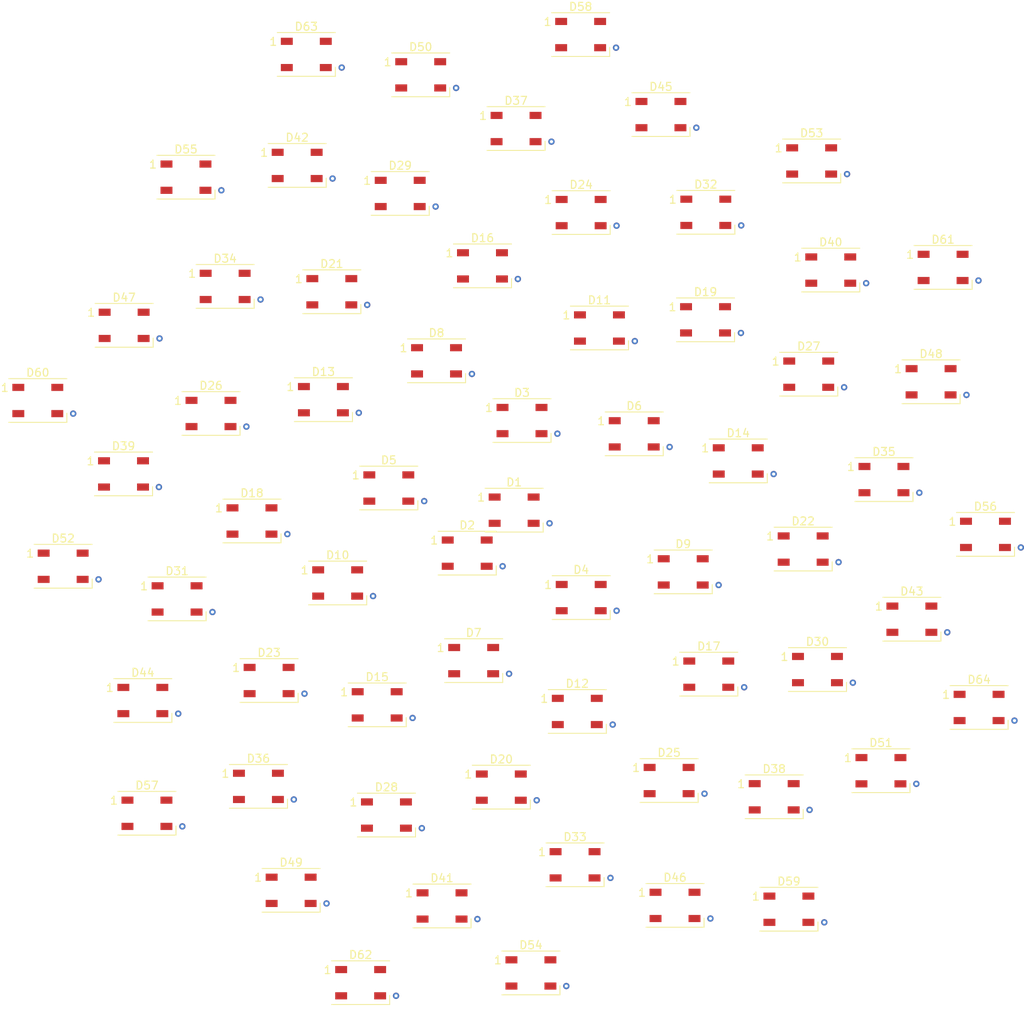
<source format=kicad_pcb>
(kicad_pcb (version 20240108) (generator "pcbnew") (generator_version "8.0")
  (layers (0 "F.Cu" signal) (31 "B.Cu" signal) (34 "B.Paste" user) (35 "F.Paste" user) (36 "B.SilkS" user "B.Silkscreen") (37 "F.SilkS" user "F.Silkscreen") (38 "B.Mask" user) (39 "F.Mask" user) (44 "Edge.Cuts" user))
  (net 0 "")
  (net 1 "VCC")
  (net 2 "GND")
  (net 5 "Net-(D2-DOUT)")
  (net 7 "Net-(D3-DOUT)")
  (net 8 "Net-(D4-DOUT)")
  (net 9 "Net-(D5-DOUT)")
  (net 10 "Net-(D6-DOUT)")
  (net 11 "Net-(D7-DOUT)")
  (net 12 "Net-(D8-DOUT)")
  (net 13 "Net-(D10-DIN)")
  (net 14 "Net-(D10-DOUT)")
  (net 15 "Net-(D11-DOUT)")
  (net 16 "Net-(D12-DOUT)")
  (net 17 "Net-(D13-DOUT)")
  (net 18 "Net-(D14-DOUT)")
  (net 19 "Net-(D15-DOUT)")
  (net 20 "Net-(D16-DOUT)")
  (net 21 "Net-(D17-DOUT)")
  (net 22 "Net-(D18-DOUT)")
  (net 23 "Net-(D19-DOUT)")
  (net 24 "Net-(D20-DOUT)")
  (net 25 "Net-(D21-DOUT)")
  (net 26 "Net-(D22-DOUT)")
  (net 27 "Net-(D23-DOUT)")
  (net 28 "Net-(D24-DOUT)")
  (net 29 "Net-(D25-DOUT)")
  (net 30 "Net-(D26-DOUT)")
  (net 31 "Net-(D27-DOUT)")
  (net 32 "Net-(D28-DOUT)")
  (net 33 "Net-(D29-DOUT)")
  (net 34 "Net-(D30-DOUT)")
  (net 35 "Net-(D31-DOUT)")
  (net 36 "Net-(D32-DOUT)")
  (net 37 "Net-(D33-DOUT)")
  (net 38 "Net-(D34-DOUT)")
  (net 39 "Net-(D35-DOUT)")
  (net 40 "Net-(D36-DOUT)")
  (net 41 "Net-(D37-DOUT)")
  (net 42 "Net-(D38-DOUT)")
  (net 43 "Net-(D39-DOUT)")
  (net 44 "Net-(D40-DOUT)")
  (net 45 "Net-(D41-DOUT)")
  (net 46 "Net-(D42-DOUT)")
  (net 47 "Net-(D43-DOUT)")
  (net 48 "Net-(D44-DOUT)")
  (net 49 "Net-(D45-DOUT)")
  (net 50 "Net-(D46-DOUT)")
  (net 51 "Net-(D47-DOUT)")
  (net 52 "Net-(D48-DOUT)")
  (net 53 "Net-(D49-DOUT)")
  (net 54 "Net-(D50-DOUT)")
  (net 55 "Net-(D51-DOUT)")
  (net 56 "Net-(D52-DOUT)")
  (net 57 "Net-(D53-DOUT)")
  (net 58 "Net-(D54-DOUT)")
  (net 59 "Net-(D55-DOUT)")
  (net 60 "Net-(D56-DOUT)")
  (net 61 "Net-(D57-DOUT)")
  (net 62 "Net-(D58-DOUT)")
  (net 63 "Net-(D59-DOUT)")
  (net 64 "Net-(D60-DOUT)")
  (net 65 "Net-(D61-DOUT)")
  (net 66 "Net-(D62-DOUT)")
  (net 67 "Net-(D63-DOUT)")
  (footprint "LED_SMD:LED_WS2812B_PLCC4_5.0x5.0mm_P3.2mm" (layer "F.Cu") (at 121.966112 147.81319)
    (property "Reference" "D49" (at 0 -3.5 0) (layer "F.SilkS"))
    (property "Value" "WS2812B")
    (fp_text user "1" (at -4.15 -1.6 0) (layer "F.SilkS"))
    (pad "1" smd rect (at -2.45 -1.65) (size 1.5 0.9) (layers "F.Cu" "F.Paste" "F.Mask") (net 1 "VCC"))
    (pad "2" smd rect (at -2.45 1.65) (size 1.5 0.9) (layers "F.Cu" "F.Paste" "F.Mask") (net 53 "Net-(D49-DOUT)"))
    (pad "3" smd rect (at 2.45 1.65) (size 1.5 0.9) (layers "F.Cu" "F.Paste" "F.Mask") (net 2 "GND"))
    (pad "4" smd rect (at 2.45 -1.65) (size 1.5 0.9) (layers "F.Cu" "F.Paste" "F.Mask") (net 52 "Net-(D48-DOUT)"))
  )
  (footprint "LED_SMD:LED_WS2812B_PLCC4_5.0x5.0mm_P3.2mm" (layer "F.Cu") (at 123.873615 42.681486)
    (property "Reference" "D63" (at 0 -3.5 0) (layer "F.SilkS"))
    (property "Value" "WS2812B")
    (fp_text user "1" (at -4.15 -1.6 0) (layer "F.SilkS"))
    (pad "1" smd rect (at -2.45 -1.65) (size 1.5 0.9) (layers "F.Cu" "F.Paste" "F.Mask") (net 1 "VCC"))
    (pad "2" smd rect (at -2.45 1.65) (size 1.5 0.9) (layers "F.Cu" "F.Paste" "F.Mask") (net 67 "Net-(D63-DOUT)"))
    (pad "3" smd rect (at 2.45 1.65) (size 1.5 0.9) (layers "F.Cu" "F.Paste" "F.Mask") (net 2 "GND"))
    (pad "4" smd rect (at 2.45 -1.65) (size 1.5 0.9) (layers "F.Cu" "F.Paste" "F.Mask") (net 66 "Net-(D62-DOUT)"))
  )
  (footprint "LED_SMD:LED_WS2812B_PLCC4_5.0x5.0mm_P3.2mm" (layer "F.Cu") (at 103.323253 123.943294)
    (property "Reference" "D44" (at 0 -3.5 0) (layer "F.SilkS"))
    (property "Value" "WS2812B")
    (fp_text user "1" (at -4.15 -1.6 0) (layer "F.SilkS"))
    (pad "1" smd rect (at -2.45 -1.65) (size 1.5 0.9) (layers "F.Cu" "F.Paste" "F.Mask") (net 1 "VCC"))
    (pad "2" smd rect (at -2.45 1.65) (size 1.5 0.9) (layers "F.Cu" "F.Paste" "F.Mask") (net 48 "Net-(D44-DOUT)"))
    (pad "3" smd rect (at 2.45 1.65) (size 1.5 0.9) (layers "F.Cu" "F.Paste" "F.Mask") (net 2 "GND"))
    (pad "4" smd rect (at 2.45 -1.65) (size 1.5 0.9) (layers "F.Cu" "F.Paste" "F.Mask") (net 47 "Net-(D43-DOUT)"))
  )
  (footprint "LED_SMD:LED_WS2812B_PLCC4_5.0x5.0mm_P3.2mm" (layer "F.Cu") (at 203.923315 69.466803)
    (property "Reference" "D61" (at 0 -3.5 0) (layer "F.SilkS"))
    (property "Value" "WS2812B")
    (fp_text user "1" (at -4.15 -1.6 0) (layer "F.SilkS"))
    (pad "1" smd rect (at -2.45 -1.65) (size 1.5 0.9) (layers "F.Cu" "F.Paste" "F.Mask") (net 1 "VCC"))
    (pad "2" smd rect (at -2.45 1.65) (size 1.5 0.9) (layers "F.Cu" "F.Paste" "F.Mask") (net 65 "Net-(D61-DOUT)"))
    (pad "3" smd rect (at 2.45 1.65) (size 1.5 0.9) (layers "F.Cu" "F.Paste" "F.Mask") (net 2 "GND"))
    (pad "4" smd rect (at 2.45 -1.65) (size 1.5 0.9) (layers "F.Cu" "F.Paste" "F.Mask") (net 64 "Net-(D60-DOUT)"))
  )
  (footprint "LED_SMD:LED_WS2812B_PLCC4_5.0x5.0mm_P3.2mm" (layer "F.Cu") (at 146.020139 69.272801)
    (property "Reference" "D16" (at 0 -3.5 0) (layer "F.SilkS"))
    (property "Value" "WS2812B")
    (fp_text user "1" (at -4.15 -1.6 0) (layer "F.SilkS"))
    (pad "1" smd rect (at -2.45 -1.65) (size 1.5 0.9) (layers "F.Cu" "F.Paste" "F.Mask") (net 1 "VCC"))
    (pad "2" smd rect (at -2.45 1.65) (size 1.5 0.9) (layers "F.Cu" "F.Paste" "F.Mask") (net 20 "Net-(D16-DOUT)"))
    (pad "3" smd rect (at 2.45 1.65) (size 1.5 0.9) (layers "F.Cu" "F.Paste" "F.Mask") (net 2 "GND"))
    (pad "4" smd rect (at 2.45 -1.65) (size 1.5 0.9) (layers "F.Cu" "F.Paste" "F.Mask") (net 19 "Net-(D15-DOUT)"))
  )
  (footprint "LED_SMD:LED_WS2812B_PLCC4_5.0x5.0mm_P3.2mm" (layer "F.Cu") (at 189.800947 69.802573)
    (property "Reference" "D40" (at 0 -3.5 0) (layer "F.SilkS"))
    (property "Value" "WS2812B")
    (fp_text user "1" (at -4.15 -1.6 0) (layer "F.SilkS"))
    (pad "1" smd rect (at -2.45 -1.65) (size 1.5 0.9) (layers "F.Cu" "F.Paste" "F.Mask") (net 1 "VCC"))
    (pad "2" smd rect (at -2.45 1.65) (size 1.5 0.9) (layers "F.Cu" "F.Paste" "F.Mask") (net 44 "Net-(D40-DOUT)"))
    (pad "3" smd rect (at 2.45 1.65) (size 1.5 0.9) (layers "F.Cu" "F.Paste" "F.Mask") (net 2 "GND"))
    (pad "4" smd rect (at 2.45 -1.65) (size 1.5 0.9) (layers "F.Cu" "F.Paste" "F.Mask") (net 43 "Net-(D39-DOUT)"))
  )
  (footprint "LED_SMD:LED_WS2812B_PLCC4_5.0x5.0mm_P3.2mm" (layer "F.Cu") (at 187.401539 56.078196)
    (property "Reference" "D53" (at 0 -3.5 0) (layer "F.SilkS"))
    (property "Value" "WS2812B")
    (fp_text user "1" (at -4.15 -1.6 0) (layer "F.SilkS"))
    (pad "1" smd rect (at -2.45 -1.65) (size 1.5 0.9) (layers "F.Cu" "F.Paste" "F.Mask") (net 1 "VCC"))
    (pad "2" smd rect (at -2.45 1.65) (size 1.5 0.9) (layers "F.Cu" "F.Paste" "F.Mask") (net 57 "Net-(D53-DOUT)"))
    (pad "3" smd rect (at 2.45 1.65) (size 1.5 0.9) (layers "F.Cu" "F.Paste" "F.Mask") (net 2 "GND"))
    (pad "4" smd rect (at 2.45 -1.65) (size 1.5 0.9) (layers "F.Cu" "F.Paste" "F.Mask") (net 56 "Net-(D52-DOUT)"))
  )
  (footprint "LED_SMD:LED_WS2812B_PLCC4_5.0x5.0mm_P3.2mm" (layer "F.Cu") (at 184.540512 150.189171)
    (property "Reference" "D59" (at 0 -3.5 0) (layer "F.SilkS"))
    (property "Value" "WS2812B")
    (fp_text user "1" (at -4.15 -1.6 0) (layer "F.SilkS"))
    (pad "1" smd rect (at -2.45 -1.65) (size 1.5 0.9) (layers "F.Cu" "F.Paste" "F.Mask") (net 1 "VCC"))
    (pad "2" smd rect (at -2.45 1.65) (size 1.5 0.9) (layers "F.Cu" "F.Paste" "F.Mask") (net 63 "Net-(D59-DOUT)"))
    (pad "3" smd rect (at 2.45 1.65) (size 1.5 0.9) (layers "F.Cu" "F.Paste" "F.Mask") (net 2 "GND"))
    (pad "4" smd rect (at 2.45 -1.65) (size 1.5 0.9) (layers "F.Cu" "F.Paste" "F.Mask") (net 62 "Net-(D58-DOUT)"))
  )
  (footprint "LED_SMD:LED_WS2812B_PLCC4_5.0x5.0mm_P3.2mm" (layer "F.Cu") (at 127.815367 109.156531)
    (property "Reference" "D10" (at 0 -3.5 0) (layer "F.SilkS"))
    (property "Value" "WS2812B")
    (fp_text user "1" (at -4.15 -1.6 0) (layer "F.SilkS"))
    (pad "1" smd rect (at -2.45 -1.65) (size 1.5 0.9) (layers "F.Cu" "F.Paste" "F.Mask") (net 1 "VCC"))
    (pad "2" smd rect (at -2.45 1.65) (size 1.5 0.9) (layers "F.Cu" "F.Paste" "F.Mask") (net 14 "Net-(D10-DOUT)"))
    (pad "3" smd rect (at 2.45 1.65) (size 1.5 0.9) (layers "F.Cu" "F.Paste" "F.Mask") (net 2 "GND"))
    (pad "4" smd rect (at 2.45 -1.65) (size 1.5 0.9) (layers "F.Cu" "F.Paste" "F.Mask") (net 13 "Net-(D10-DIN)"))
  )
  (footprint "LED_SMD:LED_WS2812B_PLCC4_5.0x5.0mm_P3.2mm" (layer "F.Cu") (at 133.947478 138.344707)
    (property "Reference" "D28" (at 0 -3.5 0) (layer "F.SilkS"))
    (property "Value" "WS2812B")
    (fp_text user "1" (at -4.15 -1.6 0) (layer "F.SilkS"))
    (pad "1" smd rect (at -2.45 -1.65) (size 1.5 0.9) (layers "F.Cu" "F.Paste" "F.Mask") (net 1 "VCC"))
    (pad "2" smd rect (at -2.45 1.65) (size 1.5 0.9) (layers "F.Cu" "F.Paste" "F.Mask") (net 32 "Net-(D28-DOUT)"))
    (pad "3" smd rect (at 2.45 1.65) (size 1.5 0.9) (layers "F.Cu" "F.Paste" "F.Mask") (net 2 "GND"))
    (pad "4" smd rect (at 2.45 -1.65) (size 1.5 0.9) (layers "F.Cu" "F.Paste" "F.Mask") (net 31 "Net-(D27-DOUT)"))
  )
  (footprint "LED_SMD:LED_WS2812B_PLCC4_5.0x5.0mm_P3.2mm" (layer "F.Cu") (at 132.78309 124.486282)
    (property "Reference" "D15" (at 0 -3.5 0) (layer "F.SilkS"))
    (property "Value" "WS2812B")
    (fp_text user "1" (at -4.15 -1.6 0) (layer "F.SilkS"))
    (pad "1" smd rect (at -2.45 -1.65) (size 1.5 0.9) (layers "F.Cu" "F.Paste" "F.Mask") (net 1 "VCC"))
    (pad "2" smd rect (at -2.45 1.65) (size 1.5 0.9) (layers "F.Cu" "F.Paste" "F.Mask") (net 19 "Net-(D15-DOUT)"))
    (pad "3" smd rect (at 2.45 1.65) (size 1.5 0.9) (layers "F.Cu" "F.Paste" "F.Mask") (net 2 "GND"))
    (pad "4" smd rect (at 2.45 -1.65) (size 1.5 0.9) (layers "F.Cu" "F.Paste" "F.Mask") (net 18 "Net-(D14-DOUT)"))
  )
  (footprint "LED_SMD:LED_WS2812B_PLCC4_5.0x5.0mm_P3.2mm" (layer "F.Cu") (at 100.895843 95.441287)
    (property "Reference" "D39" (at 0 -3.5 0) (layer "F.SilkS"))
    (property "Value" "WS2812B")
    (fp_text user "1" (at -4.15 -1.6 0) (layer "F.SilkS"))
    (pad "1" smd rect (at -2.45 -1.65) (size 1.5 0.9) (layers "F.Cu" "F.Paste" "F.Mask") (net 1 "VCC"))
    (pad "2" smd rect (at -2.45 1.65) (size 1.5 0.9) (layers "F.Cu" "F.Paste" "F.Mask") (net 43 "Net-(D39-DOUT)"))
    (pad "3" smd rect (at 2.45 1.65) (size 1.5 0.9) (layers "F.Cu" "F.Paste" "F.Mask") (net 2 "GND"))
    (pad "4" smd rect (at 2.45 -1.65) (size 1.5 0.9) (layers "F.Cu" "F.Paste" "F.Mask") (net 42 "Net-(D38-DOUT)"))
  )
  (footprint "LED_SMD:LED_WS2812B_PLCC4_5.0x5.0mm_P3.2mm" (layer "F.Cu") (at 122.724602 56.640425)
    (property "Reference" "D42" (at 0 -3.5 0) (layer "F.SilkS"))
    (property "Value" "WS2812B")
    (fp_text user "1" (at -4.15 -1.6 0) (layer "F.SilkS"))
    (pad "1" smd rect (at -2.45 -1.65) (size 1.5 0.9) (layers "F.Cu" "F.Paste" "F.Mask") (net 1 "VCC"))
    (pad "2" smd rect (at -2.45 1.65) (size 1.5 0.9) (layers "F.Cu" "F.Paste" "F.Mask") (net 46 "Net-(D42-DOUT)"))
    (pad "3" smd rect (at 2.45 1.65) (size 1.5 0.9) (layers "F.Cu" "F.Paste" "F.Mask") (net 2 "GND"))
    (pad "4" smd rect (at 2.45 -1.65) (size 1.5 0.9) (layers "F.Cu" "F.Paste" "F.Mask") (net 45 "Net-(D41-DOUT)"))
  )
  (footprint "LED_SMD:LED_WS2812B_PLCC4_5.0x5.0mm_P3.2mm" (layer "F.Cu") (at 144.101026 105.403898)
    (property "Reference" "D2" (at 0 -3.5 0) (layer "F.SilkS"))
    (property "Value" "WS2812B")
    (fp_text user "1" (at -4.15 -1.6 0) (layer "F.SilkS"))
    (pad "1" smd rect (at -2.45 -1.65) (size 1.5 0.9) (layers "F.Cu" "F.Paste" "F.Mask") (net 1 "VCC"))
    (pad "2" smd rect (at -2.45 1.65) (size 1.5 0.9) (layers "F.Cu" "F.Paste" "F.Mask") (net 5 "Net-(D2-DOUT)"))
    (pad "3" smd rect (at 2.45 1.65) (size 1.5 0.9) (layers "F.Cu" "F.Paste" "F.Mask") (net 2 "GND"))
    (pad "4" smd rect (at 2.45 -1.65) (size 1.5 0.9) (layers "F.Cu" "F.Paste" "F.Mask"))
  )
  (footprint "LED_SMD:LED_WS2812B_PLCC4_5.0x5.0mm_P3.2mm" (layer "F.Cu") (at 117.855092 134.737658)
    (property "Reference" "D36" (at 0 -3.5 0) (layer "F.SilkS"))
    (property "Value" "WS2812B")
    (fp_text user "1" (at -4.15 -1.6 0) (layer "F.SilkS"))
    (pad "1" smd rect (at -2.45 -1.65) (size 1.5 0.9) (layers "F.Cu" "F.Paste" "F.Mask") (net 1 "VCC"))
    (pad "2" smd rect (at -2.45 1.65) (size 1.5 0.9) (layers "F.Cu" "F.Paste" "F.Mask") (net 40 "Net-(D36-DOUT)"))
    (pad "3" smd rect (at 2.45 1.65) (size 1.5 0.9) (layers "F.Cu" "F.Paste" "F.Mask") (net 2 "GND"))
    (pad "4" smd rect (at 2.45 -1.65) (size 1.5 0.9) (layers "F.Cu" "F.Paste" "F.Mask") (net 39 "Net-(D35-DOUT)"))
  )
  (footprint "LED_SMD:LED_WS2812B_PLCC4_5.0x5.0mm_P3.2mm" (layer "F.Cu") (at 157.659213 144.601978)
    (property "Reference" "D33" (at 0 -3.5 0) (layer "F.SilkS"))
    (property "Value" "WS2812B")
    (fp_text user "1" (at -4.15 -1.6 0) (layer "F.SilkS"))
    (pad "1" smd rect (at -2.45 -1.65) (size 1.5 0.9) (layers "F.Cu" "F.Paste" "F.Mask") (net 1 "VCC"))
    (pad "2" smd rect (at -2.45 1.65) (size 1.5 0.9) (layers "F.Cu" "F.Paste" "F.Mask") (net 37 "Net-(D33-DOUT)"))
    (pad "3" smd rect (at 2.45 1.65) (size 1.5 0.9) (layers "F.Cu" "F.Paste" "F.Mask") (net 2 "GND"))
    (pad "4" smd rect (at 2.45 -1.65) (size 1.5 0.9) (layers "F.Cu" "F.Paste" "F.Mask") (net 36 "Net-(D32-DOUT)"))
  )
  (footprint "LED_SMD:LED_WS2812B_PLCC4_5.0x5.0mm_P3.2mm" (layer "F.Cu") (at 119.196723 121.427976)
    (property "Reference" "D23" (at 0 -3.5 0) (layer "F.SilkS"))
    (property "Value" "WS2812B")
    (fp_text user "1" (at -4.15 -1.6 0) (layer "F.SilkS"))
    (pad "1" smd rect (at -2.45 -1.65) (size 1.5 0.9) (layers "F.Cu" "F.Paste" "F.Mask") (net 1 "VCC"))
    (pad "2" smd rect (at -2.45 1.65) (size 1.5 0.9) (layers "F.Cu" "F.Paste" "F.Mask") (net 27 "Net-(D23-DOUT)"))
    (pad "3" smd rect (at 2.45 1.65) (size 1.5 0.9) (layers "F.Cu" "F.Paste" "F.Mask") (net 2 "GND"))
    (pad "4" smd rect (at 2.45 -1.65) (size 1.5 0.9) (layers "F.Cu" "F.Paste" "F.Mask") (net 26 "Net-(D22-DOUT)"))
  )
  (footprint "LED_SMD:LED_WS2812B_PLCC4_5.0x5.0mm_P3.2mm" (layer "F.Cu") (at 199.999766 113.71216)
    (property "Reference" "D43" (at 0 -3.5 0) (layer "F.SilkS"))
    (property "Value" "WS2812B")
    (fp_text user "1" (at -4.15 -1.6 0) (layer "F.SilkS"))
    (pad "1" smd rect (at -2.45 -1.65) (size 1.5 0.9) (layers "F.Cu" "F.Paste" "F.Mask") (net 1 "VCC"))
    (pad "2" smd rect (at -2.45 1.65) (size 1.5 0.9) (layers "F.Cu" "F.Paste" "F.Mask") (net 47 "Net-(D43-DOUT)"))
    (pad "3" smd rect (at 2.45 1.65) (size 1.5 0.9) (layers "F.Cu" "F.Paste" "F.Mask") (net 2 "GND"))
    (pad "4" smd rect (at 2.45 -1.65) (size 1.5 0.9) (layers "F.Cu" "F.Paste" "F.Mask") (net 46 "Net-(D42-DOUT)"))
  )
  (footprint "LED_SMD:LED_WS2812B_PLCC4_5.0x5.0mm_P3.2mm" (layer "F.Cu") (at 158.42431 62.569651)
    (property "Reference" "D24" (at 0 -3.5 0) (layer "F.SilkS"))
    (property "Value" "WS2812B")
    (fp_text user "1" (at -4.15 -1.6 0) (layer "F.SilkS"))
    (pad "1" smd rect (at -2.45 -1.65) (size 1.5 0.9) (layers "F.Cu" "F.Paste" "F.Mask") (net 1 "VCC"))
    (pad "2" smd rect (at -2.45 1.65) (size 1.5 0.9) (layers "F.Cu" "F.Paste" "F.Mask") (net 28 "Net-(D24-DOUT)"))
    (pad "3" smd rect (at 2.45 1.65) (size 1.5 0.9) (layers "F.Cu" "F.Paste" "F.Mask") (net 2 "GND"))
    (pad "4" smd rect (at 2.45 -1.65) (size 1.5 0.9) (layers "F.Cu" "F.Paste" "F.Mask") (net 27 "Net-(D23-DOUT)"))
  )
  (footprint "LED_SMD:LED_WS2812B_PLCC4_5.0x5.0mm_P3.2mm" (layer "F.Cu") (at 150.989201 88.729619)
    (property "Reference" "D3" (at 0 -3.5 0) (layer "F.SilkS"))
    (property "Value" "WS2812B")
    (fp_text user "1" (at -4.15 -1.6 0) (layer "F.SilkS"))
    (pad "1" smd rect (at -2.45 -1.65) (size 1.5 0.9) (layers "F.Cu" "F.Paste" "F.Mask") (net 1 "VCC"))
    (pad "2" smd rect (at -2.45 1.65) (size 1.5 0.9) (layers "F.Cu" "F.Paste" "F.Mask") (net 7 "Net-(D3-DOUT)"))
    (pad "3" smd rect (at 2.45 1.65) (size 1.5 0.9) (layers "F.Cu" "F.Paste" "F.Mask") (net 2 "GND"))
    (pad "4" smd rect (at 2.45 -1.65) (size 1.5 0.9) (layers "F.Cu" "F.Paste" "F.Mask") (net 5 "Net-(D2-DOUT)"))
  )
  (footprint "LED_SMD:LED_WS2812B_PLCC4_5.0x5.0mm_P3.2mm" (layer "F.Cu") (at 158.43064 110.996558)
    (property "Reference" "D4" (at 0 -3.5 0) (layer "F.SilkS"))
    (property "Value" "WS2812B")
    (fp_text user "1" (at -4.15 -1.6 0) (layer "F.SilkS"))
    (pad "1" smd rect (at -2.45 -1.65) (size 1.5 0.9) (layers "F.Cu" "F.Paste" "F.Mask") (net 1 "VCC"))
    (pad "2" smd rect (at -2.45 1.65) (size 1.5 0.9) (layers "F.Cu" "F.Paste" "F.Mask") (net 8 "Net-(D4-DOUT)"))
    (pad "3" smd rect (at 2.45 1.65) (size 1.5 0.9) (layers "F.Cu" "F.Paste" "F.Mask") (net 2 "GND"))
    (pad "4" smd rect (at 2.45 -1.65) (size 1.5 0.9) (layers "F.Cu" "F.Paste" "F.Mask") (net 7 "Net-(D3-DOUT)"))
  )
  (footprint "LED_SMD:LED_WS2812B_PLCC4_5.0x5.0mm_P3.2mm" (layer "F.Cu") (at 107.628117 111.163493)
    (property "Reference" "D31" (at 0 -3.5 0) (layer "F.SilkS"))
    (property "Value" "WS2812B")
    (fp_text user "1" (at -4.15 -1.6 0) (layer "F.SilkS"))
    (pad "1" smd rect (at -2.45 -1.65) (size 1.5 0.9) (layers "F.Cu" "F.Paste" "F.Mask") (net 1 "VCC"))
    (pad "2" smd rect (at -2.45 1.65) (size 1.5 0.9) (layers "F.Cu" "F.Paste" "F.Mask") (net 35 "Net-(D31-DOUT)"))
    (pad "3" smd rect (at 2.45 1.65) (size 1.5 0.9) (layers "F.Cu" "F.Paste" "F.Mask") (net 2 "GND"))
    (pad "4" smd rect (at 2.45 -1.65) (size 1.5 0.9) (layers "F.Cu" "F.Paste" "F.Mask") (net 34 "Net-(D30-DOUT)"))
  )
  (footprint "LED_SMD:LED_WS2812B_PLCC4_5.0x5.0mm_P3.2mm" (layer "F.Cu") (at 90.119024 86.206207)
    (property "Reference" "D60" (at 0 -3.5 0) (layer "F.SilkS"))
    (property "Value" "WS2812B")
    (fp_text user "1" (at -4.15 -1.6 0) (layer "F.SilkS"))
    (pad "1" smd rect (at -2.45 -1.65) (size 1.5 0.9) (layers "F.Cu" "F.Paste" "F.Mask") (net 1 "VCC"))
    (pad "2" smd rect (at -2.45 1.65) (size 1.5 0.9) (layers "F.Cu" "F.Paste" "F.Mask") (net 64 "Net-(D60-DOUT)"))
    (pad "3" smd rect (at 2.45 1.65) (size 1.5 0.9) (layers "F.Cu" "F.Paste" "F.Mask") (net 2 "GND"))
    (pad "4" smd rect (at 2.45 -1.65) (size 1.5 0.9) (layers "F.Cu" "F.Paste" "F.Mask") (net 63 "Net-(D59-DOUT)"))
  )
  (footprint "LED_SMD:LED_WS2812B_PLCC4_5.0x5.0mm_P3.2mm" (layer "F.Cu") (at 170.22502 149.708636)
    (property "Reference" "D46" (at 0 -3.5 0) (layer "F.SilkS"))
    (property "Value" "WS2812B")
    (fp_text user "1" (at -4.15 -1.6 0) (layer "F.SilkS"))
    (pad "1" smd rect (at -2.45 -1.65) (size 1.5 0.9) (layers "F.Cu" "F.Paste" "F.Mask") (net 1 "VCC"))
    (pad "2" smd rect (at -2.45 1.65) (size 1.5 0.9) (layers "F.Cu" "F.Paste" "F.Mask") (net 50 "Net-(D46-DOUT)"))
    (pad "3" smd rect (at 2.45 1.65) (size 1.5 0.9) (layers "F.Cu" "F.Paste" "F.Mask") (net 2 "GND"))
    (pad "4" smd rect (at 2.45 -1.65) (size 1.5 0.9) (layers "F.Cu" "F.Paste" "F.Mask") (net 49 "Net-(D45-DOUT)"))
  )
  (footprint "LED_SMD:LED_WS2812B_PLCC4_5.0x5.0mm_P3.2mm" (layer "F.Cu") (at 140.244978 81.215976)
    (property "Reference" "D8" (at 0 -3.5 0) (layer "F.SilkS"))
    (property "Value" "WS2812B")
    (fp_text user "1" (at -4.15 -1.6 0) (layer "F.SilkS"))
    (pad "1" smd rect (at -2.45 -1.65) (size 1.5 0.9) (layers "F.Cu" "F.Paste" "F.Mask") (net 1 "VCC"))
    (pad "2" smd rect (at -2.45 1.65) (size 1.5 0.9) (layers "F.Cu" "F.Paste" "F.Mask") (net 12 "Net-(D8-DOUT)"))
    (pad "3" smd rect (at 2.45 1.65) (size 1.5 0.9) (layers "F.Cu" "F.Paste" "F.Mask") (net 2 "GND"))
    (pad "4" smd rect (at 2.45 -1.65) (size 1.5 0.9) (layers "F.Cu" "F.Paste" "F.Mask") (net 11 "Net-(D7-DOUT)"))
  )
  (footprint "LED_SMD:LED_WS2812B_PLCC4_5.0x5.0mm_P3.2mm" (layer "F.Cu") (at 130.704447 159.427953)
    (property "Reference" "D62" (at 0 -3.5 0) (layer "F.SilkS"))
    (property "Value" "WS2812B")
    (fp_text user "1" (at -4.15 -1.6 0) (layer "F.SilkS"))
    (pad "1" smd rect (at -2.45 -1.65) (size 1.5 0.9) (layers "F.Cu" "F.Paste" "F.Mask") (net 1 "VCC"))
    (pad "2" smd rect (at -2.45 1.65) (size 1.5 0.9) (layers "F.Cu" "F.Paste" "F.Mask") (net 66 "Net-(D62-DOUT)"))
    (pad "3" smd rect (at 2.45 1.65) (size 1.5 0.9) (layers "F.Cu" "F.Paste" "F.Mask") (net 2 "GND"))
    (pad "4" smd rect (at 2.45 -1.65) (size 1.5 0.9) (layers "F.Cu" "F.Paste" "F.Mask") (net 65 "Net-(D61-DOUT)"))
  )
  (footprint "LED_SMD:LED_WS2812B_PLCC4_5.0x5.0mm_P3.2mm" (layer "F.Cu") (at 157.939751 125.317194)
    (property "Reference" "D12" (at 0 -3.5 0) (layer "F.SilkS"))
    (property "Value" "WS2812B")
    (fp_text user "1" (at -4.15 -1.6 0) (layer "F.SilkS"))
    (pad "1" smd rect (at -2.45 -1.65) (size 1.5 0.9) (layers "F.Cu" "F.Paste" "F.Mask") (net 1 "VCC"))
    (pad "2" smd rect (at -2.45 1.65) (size 1.5 0.9) (layers "F.Cu" "F.Paste" "F.Mask") (net 16 "Net-(D12-DOUT)"))
    (pad "3" smd rect (at 2.45 1.65) (size 1.5 0.9) (layers "F.Cu" "F.Paste" "F.Mask") (net 2 "GND"))
    (pad "4" smd rect (at 2.45 -1.65) (size 1.5 0.9) (layers "F.Cu" "F.Paste" "F.Mask") (net 15 "Net-(D11-DOUT)"))
  )
  (footprint "LED_SMD:LED_WS2812B_PLCC4_5.0x5.0mm_P3.2mm" (layer "F.Cu") (at 117.043226 101.360554)
    (property "Reference" "D18" (at 0 -3.5 0) (layer "F.SilkS"))
    (property "Value" "WS2812B")
    (fp_text user "1" (at -4.15 -1.6 0) (layer "F.SilkS"))
    (pad "1" smd rect (at -2.45 -1.65) (size 1.5 0.9) (layers "F.Cu" "F.Paste" "F.Mask") (net 1 "VCC"))
    (pad "2" smd rect (at -2.45 1.65) (size 1.5 0.9) (layers "F.Cu" "F.Paste" "F.Mask") (net 22 "Net-(D18-DOUT)"))
    (pad "3" smd rect (at 2.45 1.65) (size 1.5 0.9) (layers "F.Cu" "F.Paste" "F.Mask") (net 2 "GND"))
    (pad "4" smd rect (at 2.45 -1.65) (size 1.5 0.9) (layers "F.Cu" "F.Paste" "F.Mask") (net 21 "Net-(D17-DOUT)"))
  )
  (footprint "LED_SMD:LED_WS2812B_PLCC4_5.0x5.0mm_P3.2mm" (layer "F.Cu") (at 202.413934 83.851332)
    (property "Reference" "D48" (at 0 -3.5 0) (layer "F.SilkS"))
    (property "Value" "WS2812B")
    (fp_text user "1" (at -4.15 -1.6 0) (layer "F.SilkS"))
    (pad "1" smd rect (at -2.45 -1.65) (size 1.5 0.9) (layers "F.Cu" "F.Paste" "F.Mask") (net 1 "VCC"))
    (pad "2" smd rect (at -2.45 1.65) (size 1.5 0.9) (layers "F.Cu" "F.Paste" "F.Mask") (net 52 "Net-(D48-DOUT)"))
    (pad "3" smd rect (at 2.45 1.65) (size 1.5 0.9) (layers "F.Cu" "F.Paste" "F.Mask") (net 2 "GND"))
    (pad "4" smd rect (at 2.45 -1.65) (size 1.5 0.9) (layers "F.Cu" "F.Paste" "F.Mask") (net 51 "Net-(D47-DOUT)"))
  )
  (footprint "LED_SMD:LED_WS2812B_PLCC4_5.0x5.0mm_P3.2mm" (layer "F.Cu") (at 135.677224 60.164612)
    (property "Reference" "D29" (at 0 -3.5 0) (layer "F.SilkS"))
    (property "Value" "WS2812B")
    (fp_text user "1" (at -4.15 -1.6 0) (layer "F.SilkS"))
    (pad "1" smd rect (at -2.45 -1.65) (size 1.5 0.9) (layers "F.Cu" "F.Paste" "F.Mask") (net 1 "VCC"))
    (pad "2" smd rect (at -2.45 1.65) (size 1.5 0.9) (layers "F.Cu" "F.Paste" "F.Mask") (net 33 "Net-(D29-DOUT)"))
    (pad "3" smd rect (at 2.45 1.65) (size 1.5 0.9) (layers "F.Cu" "F.Paste" "F.Mask") (net 2 "GND"))
    (pad "4" smd rect (at 2.45 -1.65) (size 1.5 0.9) (layers "F.Cu" "F.Paste" "F.Mask") (net 32 "Net-(D28-DOUT)"))
  )
  (footprint "LED_SMD:LED_WS2812B_PLCC4_5.0x5.0mm_P3.2mm" (layer "F.Cu") (at 178.171968 93.808052)
    (property "Reference" "D14" (at 0 -3.5 0) (layer "F.SilkS"))
    (property "Value" "WS2812B")
    (fp_text user "1" (at -4.15 -1.6 0) (layer "F.SilkS"))
    (pad "1" smd rect (at -2.45 -1.65) (size 1.5 0.9) (layers "F.Cu" "F.Paste" "F.Mask") (net 1 "VCC"))
    (pad "2" smd rect (at -2.45 1.65) (size 1.5 0.9) (layers "F.Cu" "F.Paste" "F.Mask") (net 18 "Net-(D14-DOUT)"))
    (pad "3" smd rect (at 2.45 1.65) (size 1.5 0.9) (layers "F.Cu" "F.Paste" "F.Mask") (net 2 "GND"))
    (pad "4" smd rect (at 2.45 -1.65) (size 1.5 0.9) (layers "F.Cu" "F.Paste" "F.Mask") (net 17 "Net-(D13-DOUT)"))
  )
  (footprint "LED_SMD:LED_WS2812B_PLCC4_5.0x5.0mm_P3.2mm" (layer "F.Cu") (at 196.488883 96.155044)
    (property "Reference" "D35" (at 0 -3.5 0) (layer "F.SilkS"))
    (property "Value" "WS2812B")
    (fp_text user "1" (at -4.15 -1.6 0) (layer "F.SilkS"))
    (pad "1" smd rect (at -2.45 -1.65) (size 1.5 0.9) (layers "F.Cu" "F.Paste" "F.Mask") (net 1 "VCC"))
    (pad "2" smd rect (at -2.45 1.65) (size 1.5 0.9) (layers "F.Cu" "F.Paste" "F.Mask") (net 39 "Net-(D35-DOUT)"))
    (pad "3" smd rect (at 2.45 1.65) (size 1.5 0.9) (layers "F.Cu" "F.Paste" "F.Mask") (net 2 "GND"))
    (pad "4" smd rect (at 2.45 -1.65) (size 1.5 0.9) (layers "F.Cu" "F.Paste" "F.Mask") (net 38 "Net-(D34-DOUT)"))
  )
  (footprint "LED_SMD:LED_WS2812B_PLCC4_5.0x5.0mm_P3.2mm" (layer "F.Cu") (at 150 100)
    (property "Reference" "D1" (at 0 -3.5 0) (layer "F.SilkS"))
    (property "Value" "WS2812B")
    (fp_text user "1" (at -4.15 -1.6 0) (layer "F.SilkS"))
    (pad "1" smd rect (at -2.45 -1.65) (size 1.5 0.9) (layers "F.Cu" "F.Paste" "F.Mask") (net 1 "VCC"))
    (pad "2" smd rect (at -2.45 1.65) (size 1.5 0.9) (layers "F.Cu" "F.Paste" "F.Mask"))
    (pad "3" smd rect (at 2.45 1.65) (size 1.5 0.9) (layers "F.Cu" "F.Paste" "F.Mask") (net 2 "GND"))
    (pad "4" smd rect (at 2.45 -1.65) (size 1.5 0.9) (layers "F.Cu" "F.Paste" "F.Mask"))
  )
  (footprint "LED_SMD:LED_WS2812B_PLCC4_5.0x5.0mm_P3.2mm" (layer "F.Cu") (at 165.093751 90.399027)
    (property "Reference" "D6" (at 0 -3.5 0) (layer "F.SilkS"))
    (property "Value" "WS2812B")
    (fp_text user "1" (at -4.15 -1.6 0) (layer "F.SilkS"))
    (pad "1" smd rect (at -2.45 -1.65) (size 1.5 0.9) (layers "F.Cu" "F.Paste" "F.Mask") (net 1 "VCC"))
    (pad "2" smd rect (at -2.45 1.65) (size 1.5 0.9) (layers "F.Cu" "F.Paste" "F.Mask") (net 10 "Net-(D6-DOUT)"))
    (pad "3" smd rect (at 2.45 1.65) (size 1.5 0.9) (layers "F.Cu" "F.Paste" "F.Mask") (net 2 "GND"))
    (pad "4" smd rect (at 2.45 -1.65) (size 1.5 0.9) (layers "F.Cu" "F.Paste" "F.Mask") (net 9 "Net-(D5-DOUT)"))
  )
  (footprint "LED_SMD:LED_WS2812B_PLCC4_5.0x5.0mm_P3.2mm" (layer "F.Cu") (at 158.359937 40.182682)
    (property "Reference" "D58" (at 0 -3.5 0) (layer "F.SilkS"))
    (property "Value" "WS2812B")
    (fp_text user "1" (at -4.15 -1.6 0) (layer "F.SilkS"))
    (pad "1" smd rect (at -2.45 -1.65) (size 1.5 0.9) (layers "F.Cu" "F.Paste" "F.Mask") (net 1 "VCC"))
    (pad "2" smd rect (at -2.45 1.65) (size 1.5 0.9) (layers "F.Cu" "F.Paste" "F.Mask") (net 62 "Net-(D58-DOUT)"))
    (pad "3" smd rect (at 2.45 1.65) (size 1.5 0.9) (layers "F.Cu" "F.Paste" "F.Mask") (net 2 "GND"))
    (pad "4" smd rect (at 2.45 -1.65) (size 1.5 0.9) (layers "F.Cu" "F.Paste" "F.Mask") (net 61 "Net-(D57-DOUT)"))
  )
  (footprint "LED_SMD:LED_WS2812B_PLCC4_5.0x5.0mm_P3.2mm" (layer "F.Cu") (at 160.723493 77.086975)
    (property "Reference" "D11" (at 0 -3.5 0) (layer "F.SilkS"))
    (property "Value" "WS2812B")
    (fp_text user "1" (at -4.15 -1.6 0) (layer "F.SilkS"))
    (pad "1" smd rect (at -2.45 -1.65) (size 1.5 0.9) (layers "F.Cu" "F.Paste" "F.Mask") (net 1 "VCC"))
    (pad "2" smd rect (at -2.45 1.65) (size 1.5 0.9) (layers "F.Cu" "F.Paste" "F.Mask") (net 15 "Net-(D11-DOUT)"))
    (pad "3" smd rect (at 2.45 1.65) (size 1.5 0.9) (layers "F.Cu" "F.Paste" "F.Mask") (net 2 "GND"))
    (pad "4" smd rect (at 2.45 -1.65) (size 1.5 0.9) (layers "F.Cu" "F.Paste" "F.Mask") (net 14 "Net-(D10-DOUT)"))
  )
  (footprint "LED_SMD:LED_WS2812B_PLCC4_5.0x5.0mm_P3.2mm" (layer "F.Cu") (at 169.48207 134.006601)
    (property "Reference" "D25" (at 0 -3.5 0) (layer "F.SilkS"))
    (property "Value" "WS2812B")
    (fp_text user "1" (at -4.15 -1.6 0) (layer "F.SilkS"))
    (pad "1" smd rect (at -2.45 -1.65) (size 1.5 0.9) (layers "F.Cu" "F.Paste" "F.Mask") (net 1 "VCC"))
    (pad "2" smd rect (at -2.45 1.65) (size 1.5 0.9) (layers "F.Cu" "F.Paste" "F.Mask") (net 29 "Net-(D25-DOUT)"))
    (pad "3" smd rect (at 2.45 1.65) (size 1.5 0.9) (layers "F.Cu" "F.Paste" "F.Mask") (net 2 "GND"))
    (pad "4" smd rect (at 2.45 -1.65) (size 1.5 0.9) (layers "F.Cu" "F.Paste" "F.Mask") (net 28 "Net-(D24-DOUT)"))
  )
  (footprint "LED_SMD:LED_WS2812B_PLCC4_5.0x5.0mm_P3.2mm" (layer "F.Cu") (at 174.094839 62.537502)
    (property "Reference" "D32" (at 0 -3.5 0) (layer "F.SilkS"))
    (property "Value" "WS2812B")
    (fp_text user "1" (at -4.15 -1.6 0) (layer "F.SilkS"))
    (pad "1" smd rect (at -2.45 -1.65) (size 1.5 0.9) (layers "F.Cu" "F.Paste" "F.Mask") (net 1 "VCC"))
    (pad "2" smd rect (at -2.45 1.65) (size 1.5 0.9) (layers "F.Cu" "F.Paste" "F.Mask") (net 36 "Net-(D32-DOUT)"))
    (pad "3" smd rect (at 2.45 1.65) (size 1.5 0.9) (layers "F.Cu" "F.Paste" "F.Mask") (net 2 "GND"))
    (pad "4" smd rect (at 2.45 -1.65) (size 1.5 0.9) (layers "F.Cu" "F.Paste" "F.Mask") (net 35 "Net-(D31-DOUT)"))
  )
  (footprint "LED_SMD:LED_WS2812B_PLCC4_5.0x5.0mm_P3.2mm" (layer "F.Cu") (at 93.305674 107.053612)
    (property "Reference" "D52" (at 0 -3.5 0) (layer "F.SilkS"))
    (property "Value" "WS2812B")
    (fp_text user "1" (at -4.15 -1.6 0) (layer "F.SilkS"))
    (pad "1" smd rect (at -2.45 -1.65) (size 1.5 0.9) (layers "F.Cu" "F.Paste" "F.Mask") (net 1 "VCC"))
    (pad "2" smd rect (at -2.45 1.65) (size 1.5 0.9) (layers "F.Cu" "F.Paste" "F.Mask") (net 56 "Net-(D52-DOUT)"))
    (pad "3" smd rect (at 2.45 1.65) (size 1.5 0.9) (layers "F.Cu" "F.Paste" "F.Mask") (net 2 "GND"))
    (pad "4" smd rect (at 2.45 -1.65) (size 1.5 0.9) (layers "F.Cu" "F.Paste" "F.Mask") (net 55 "Net-(D51-DOUT)"))
  )
  (footprint "LED_SMD:LED_WS2812B_PLCC4_5.0x5.0mm_P3.2mm" (layer "F.Cu") (at 196.110591 132.769091)
    (property "Reference" "D51" (at 0 -3.5 0) (layer "F.SilkS"))
    (property "Value" "WS2812B")
    (fp_text user "1" (at -4.15 -1.6 0) (layer "F.SilkS"))
    (pad "1" smd rect (at -2.45 -1.65) (size 1.5 0.9) (layers "F.Cu" "F.Paste" "F.Mask") (net 1 "VCC"))
    (pad "2" smd rect (at -2.45 1.65) (size 1.5 0.9) (layers "F.Cu" "F.Paste" "F.Mask") (net 55 "Net-(D51-DOUT)"))
    (pad "3" smd rect (at 2.45 1.65) (size 1.5 0.9) (layers "F.Cu" "F.Paste" "F.Mask") (net 2 "GND"))
    (pad "4" smd rect (at 2.45 -1.65) (size 1.5 0.9) (layers "F.Cu" "F.Paste" "F.Mask") (net 54 "Net-(D50-DOUT)"))
  )
  (footprint "LED_SMD:LED_WS2812B_PLCC4_5.0x5.0mm_P3.2mm" (layer "F.Cu") (at 126.02325 86.1034)
    (property "Reference" "D13" (at 0 -3.5 0) (layer "F.SilkS"))
    (property "Value" "WS2812B")
    (fp_text user "1" (at -4.15 -1.6 0) (layer "F.SilkS"))
    (pad "1" smd rect (at -2.45 -1.65) (size 1.5 0.9) (layers "F.Cu" "F.Paste" "F.Mask") (net 1 "VCC"))
    (pad "2" smd rect (at -2.45 1.65) (size 1.5 0.9) (layers "F.Cu" "F.Paste" "F.Mask") (net 17 "Net-(D13-DOUT)"))
    (pad "3" smd rect (at 2.45 1.65) (size 1.5 0.9) (layers "F.Cu" "F.Paste" "F.Mask") (net 2 "GND"))
    (pad "4" smd rect (at 2.45 -1.65) (size 1.5 0.9) (layers "F.Cu" "F.Paste" "F.Mask") (net 16 "Net-(D12-DOUT)"))
  )
  (footprint "LED_SMD:LED_WS2812B_PLCC4_5.0x5.0mm_P3.2mm" (layer "F.Cu") (at 208.448513 124.814738)
    (property "Reference" "D64" (at 0 -3.5 0) (layer "F.SilkS"))
    (property "Value" "WS2812B")
    (fp_text user "1" (at -4.15 -1.6 0) (layer "F.SilkS"))
    (pad "1" smd rect (at -2.45 -1.65) (size 1.5 0.9) (layers "F.Cu" "F.Paste" "F.Mask") (net 1 "VCC"))
    (pad "2" smd rect (at -2.45 1.65) (size 1.5 0.9) (layers "F.Cu" "F.Paste" "F.Mask"))
    (pad "3" smd rect (at 2.45 1.65) (size 1.5 0.9) (layers "F.Cu" "F.Paste" "F.Mask") (net 2 "GND"))
    (pad "4" smd rect (at 2.45 -1.65) (size 1.5 0.9) (layers "F.Cu" "F.Paste" "F.Mask") (net 67 "Net-(D63-DOUT)"))
  )
  (footprint "LED_SMD:LED_WS2812B_PLCC4_5.0x5.0mm_P3.2mm" (layer "F.Cu") (at 103.840101 138.121697)
    (property "Reference" "D57" (at 0 -3.5 0) (layer "F.SilkS"))
    (property "Value" "WS2812B")
    (fp_text user "1" (at -4.15 -1.6 0) (layer "F.SilkS"))
    (pad "1" smd rect (at -2.45 -1.65) (size 1.5 0.9) (layers "F.Cu" "F.Paste" "F.Mask") (net 1 "VCC"))
    (pad "2" smd rect (at -2.45 1.65) (size 1.5 0.9) (layers "F.Cu" "F.Paste" "F.Mask") (net 61 "Net-(D57-DOUT)"))
    (pad "3" smd rect (at 2.45 1.65) (size 1.5 0.9) (layers "F.Cu" "F.Paste" "F.Mask") (net 2 "GND"))
    (pad "4" smd rect (at 2.45 -1.65) (size 1.5 0.9) (layers "F.Cu" "F.Paste" "F.Mask") (net 60 "Net-(D56-DOUT)"))
  )
  (footprint "LED_SMD:LED_WS2812B_PLCC4_5.0x5.0mm_P3.2mm" (layer "F.Cu") (at 127.079555 72.529047)
    (property "Reference" "D21" (at 0 -3.5 0) (layer "F.SilkS"))
    (property "Value" "WS2812B")
    (fp_text user "1" (at -4.15 -1.6 0) (layer "F.SilkS"))
    (pad "1" smd rect (at -2.45 -1.65) (size 1.5 0.9) (layers "F.Cu" "F.Paste" "F.Mask") (net 1 "VCC"))
    (pad "2" smd rect (at -2.45 1.65) (size 1.5 0.9) (layers "F.Cu" "F.Paste" "F.Mask") (net 25 "Net-(D21-DOUT)"))
    (pad "3" smd rect (at 2.45 1.65) (size 1.5 0.9) (layers "F.Cu" "F.Paste" "F.Mask") (net 2 "GND"))
    (pad "4" smd rect (at 2.45 -1.65) (size 1.5 0.9) (layers "F.Cu" "F.Paste" "F.Mask") (net 24 "Net-(D20-DOUT)"))
  )
  (footprint "LED_SMD:LED_WS2812B_PLCC4_5.0x5.0mm_P3.2mm" (layer "F.Cu") (at 187.032589 82.894815)
    (property "Reference" "D27" (at 0 -3.5 0) (layer "F.SilkS"))
    (property "Value" "WS2812B")
    (fp_text user "1" (at -4.15 -1.6 0) (layer "F.SilkS"))
    (pad "1" smd rect (at -2.45 -1.65) (size 1.5 0.9) (layers "F.Cu" "F.Paste" "F.Mask") (net 1 "VCC"))
    (pad "2" smd rect (at -2.45 1.65) (size 1.5 0.9) (layers "F.Cu" "F.Paste" "F.Mask") (net 31 "Net-(D27-DOUT)"))
    (pad "3" smd rect (at 2.45 1.65) (size 1.5 0.9) (layers "F.Cu" "F.Paste" "F.Mask") (net 2 "GND"))
    (pad "4" smd rect (at 2.45 -1.65) (size 1.5 0.9) (layers "F.Cu" "F.Paste" "F.Mask") (net 30 "Net-(D26-DOUT)"))
  )
  (footprint "LED_SMD:LED_WS2812B_PLCC4_5.0x5.0mm_P3.2mm" (layer "F.Cu") (at 182.689851 136.046825)
    (property "Reference" "D38" (at 0 -3.5 0) (layer "F.SilkS"))
    (property "Value" "WS2812B")
    (fp_text user "1" (at -4.15 -1.6 0) (layer "F.SilkS"))
    (pad "1" smd rect (at -2.45 -1.65) (size 1.5 0.9) (layers "F.Cu" "F.Paste" "F.Mask") (net 1 "VCC"))
    (pad "2" smd rect (at -2.45 1.65) (size 1.5 0.9) (layers "F.Cu" "F.Paste" "F.Mask") (net 42 "Net-(D38-DOUT)"))
    (pad "3" smd rect (at 2.45 1.65) (size 1.5 0.9) (layers "F.Cu" "F.Paste" "F.Mask") (net 2 "GND"))
    (pad "4" smd rect (at 2.45 -1.65) (size 1.5 0.9) (layers "F.Cu" "F.Paste" "F.Mask") (net 41 "Net-(D37-DOUT)"))
  )
  (footprint "LED_SMD:LED_WS2812B_PLCC4_5.0x5.0mm_P3.2mm" (layer "F.Cu") (at 209.251497 103.043024)
    (property "Reference" "D56" (at 0 -3.5 0) (layer "F.SilkS"))
    (property "Value" "WS2812B")
    (fp_text user "1" (at -4.15 -1.6 0) (layer "F.SilkS"))
    (pad "1" smd rect (at -2.45 -1.65) (size 1.5 0.9) (layers "F.Cu" "F.Paste" "F.Mask") (net 1 "VCC"))
    (pad "2" smd rect (at -2.45 1.65) (size 1.5 0.9) (layers "F.Cu" "F.Paste" "F.Mask") (net 60 "Net-(D56-DOUT)"))
    (pad "3" smd rect (at 2.45 1.65) (size 1.5 0.9) (layers "F.Cu" "F.Paste" "F.Mask") (net 2 "GND"))
    (pad "4" smd rect (at 2.45 -1.65) (size 1.5 0.9) (layers "F.Cu" "F.Paste" "F.Mask") (net 59 "Net-(D55-DOUT)"))
  )
  (footprint "LED_SMD:LED_WS2812B_PLCC4_5.0x5.0mm_P3.2mm" (layer "F.Cu") (at 168.455648 50.246718)
    (property "Reference" "D45" (at 0 -3.5 0) (layer "F.SilkS"))
    (property "Value" "WS2812B")
    (fp_text user "1" (at -4.15 -1.6 0) (layer "F.SilkS"))
    (pad "1" smd rect (at -2.45 -1.65) (size 1.5 0.9) (layers "F.Cu" "F.Paste" "F.Mask") (net 1 "VCC"))
    (pad "2" smd rect (at -2.45 1.65) (size 1.5 0.9) (layers "F.Cu" "F.Paste" "F.Mask") (net 49 "Net-(D45-DOUT)"))
    (pad "3" smd rect (at 2.45 1.65) (size 1.5 0.9) (layers "F.Cu" "F.Paste" "F.Mask") (net 2 "GND"))
    (pad "4" smd rect (at 2.45 -1.65) (size 1.5 0.9) (layers "F.Cu" "F.Paste" "F.Mask") (net 48 "Net-(D44-DOUT)"))
  )
  (footprint "LED_SMD:LED_WS2812B_PLCC4_5.0x5.0mm_P3.2mm" (layer "F.Cu") (at 188.132734 120.047308)
    (property "Reference" "D30" (at 0 -3.5 0) (layer "F.SilkS"))
    (property "Value" "WS2812B")
    (fp_text user "1" (at -4.15 -1.6 0) (layer "F.SilkS"))
    (pad "1" smd rect (at -2.45 -1.65) (size 1.5 0.9) (layers "F.Cu" "F.Paste" "F.Mask") (net 1 "VCC"))
    (pad "2" smd rect (at -2.45 1.65) (size 1.5 0.9) (layers "F.Cu" "F.Paste" "F.Mask") (net 34 "Net-(D30-DOUT)"))
    (pad "3" smd rect (at 2.45 1.65) (size 1.5 0.9) (layers "F.Cu" "F.Paste" "F.Mask") (net 2 "GND"))
    (pad "4" smd rect (at 2.45 -1.65) (size 1.5 0.9) (layers "F.Cu" "F.Paste" "F.Mask") (net 33 "Net-(D29-DOUT)"))
  )
  (footprint "LED_SMD:LED_WS2812B_PLCC4_5.0x5.0mm_P3.2mm" (layer "F.Cu") (at 144.912347 118.923947)
    (property "Reference" "D7" (at 0 -3.5 0) (layer "F.SilkS"))
    (property "Value" "WS2812B")
    (fp_text user "1" (at -4.15 -1.6 0) (layer "F.SilkS"))
    (pad "1" smd rect (at -2.45 -1.65) (size 1.5 0.9) (layers "F.Cu" "F.Paste" "F.Mask") (net 1 "VCC"))
    (pad "2" smd rect (at -2.45 1.65) (size 1.5 0.9) (layers "F.Cu" "F.Paste" "F.Mask") (net 11 "Net-(D7-DOUT)"))
    (pad "3" smd rect (at 2.45 1.65) (size 1.5 0.9) (layers "F.Cu" "F.Paste" "F.Mask") (net 2 "GND"))
    (pad "4" smd rect (at 2.45 -1.65) (size 1.5 0.9) (layers "F.Cu" "F.Paste" "F.Mask") (net 10 "Net-(D6-DOUT)"))
  )
  (footprint "LED_SMD:LED_WS2812B_PLCC4_5.0x5.0mm_P3.2mm" (layer "F.Cu") (at 186.332781 104.891723)
    (property "Reference" "D22" (at 0 -3.5 0) (layer "F.SilkS"))
    (property "Value" "WS2812B")
    (fp_text user "1" (at -4.15 -1.6 0) (layer "F.SilkS"))
    (pad "1" smd rect (at -2.45 -1.65) (size 1.5 0.9) (layers "F.Cu" "F.Paste" "F.Mask") (net 1 "VCC"))
    (pad "2" smd rect (at -2.45 1.65) (size 1.5 0.9) (layers "F.Cu" "F.Paste" "F.Mask") (net 26 "Net-(D22-DOUT)"))
    (pad "3" smd rect (at 2.45 1.65) (size 1.5 0.9) (layers "F.Cu" "F.Paste" "F.Mask") (net 2 "GND"))
    (pad "4" smd rect (at 2.45 -1.65) (size 1.5 0.9) (layers "F.Cu" "F.Paste" "F.Mask") (net 25 "Net-(D21-DOUT)"))
  )
  (footprint "LED_SMD:LED_WS2812B_PLCC4_5.0x5.0mm_P3.2mm" (layer "F.Cu") (at 171.254158 107.762778)
    (property "Reference" "D9" (at 0 -3.5 0) (layer "F.SilkS"))
    (property "Value" "WS2812B")
    (fp_text user "1" (at -4.15 -1.6 0) (layer "F.SilkS"))
    (pad "1" smd rect (at -2.45 -1.65) (size 1.5 0.9) (layers "F.Cu" "F.Paste" "F.Mask") (net 1 "VCC"))
    (pad "2" smd rect (at -2.45 1.65) (size 1.5 0.9) (layers "F.Cu" "F.Paste" "F.Mask") (net 13 "Net-(D10-DIN)"))
    (pad "3" smd rect (at 2.45 1.65) (size 1.5 0.9) (layers "F.Cu" "F.Paste" "F.Mask") (net 2 "GND"))
    (pad "4" smd rect (at 2.45 -1.65) (size 1.5 0.9) (layers "F.Cu" "F.Paste" "F.Mask") (net 12 "Net-(D8-DOUT)"))
  )
  (footprint "LED_SMD:LED_WS2812B_PLCC4_5.0x5.0mm_P3.2mm" (layer "F.Cu") (at 140.935867 149.777921)
    (property "Reference" "D41" (at 0 -3.5 0) (layer "F.SilkS"))
    (property "Value" "WS2812B")
    (fp_text user "1" (at -4.15 -1.6 0) (layer "F.SilkS"))
    (pad "1" smd rect (at -2.45 -1.65) (size 1.5 0.9) (layers "F.Cu" "F.Paste" "F.Mask") (net 1 "VCC"))
    (pad "2" smd rect (at -2.45 1.65) (size 1.5 0.9) (layers "F.Cu" "F.Paste" "F.Mask") (net 45 "Net-(D41-DOUT)"))
    (pad "3" smd rect (at 2.45 1.65) (size 1.5 0.9) (layers "F.Cu" "F.Paste" "F.Mask") (net 2 "GND"))
    (pad "4" smd rect (at 2.45 -1.65) (size 1.5 0.9) (layers "F.Cu" "F.Paste" "F.Mask") (net 44 "Net-(D40-DOUT)"))
  )
  (footprint "LED_SMD:LED_WS2812B_PLCC4_5.0x5.0mm_P3.2mm" (layer "F.Cu") (at 134.24463 97.212829)
    (property "Reference" "D5" (at 0 -3.5 0) (layer "F.SilkS"))
    (property "Value" "WS2812B")
    (fp_text user "1" (at -4.15 -1.6 0) (layer "F.SilkS"))
    (pad "1" smd rect (at -2.45 -1.65) (size 1.5 0.9) (layers "F.Cu" "F.Paste" "F.Mask") (net 1 "VCC"))
    (pad "2" smd rect (at -2.45 1.65) (size 1.5 0.9) (layers "F.Cu" "F.Paste" "F.Mask") (net 9 "Net-(D5-DOUT)"))
    (pad "3" smd rect (at 2.45 1.65) (size 1.5 0.9) (layers "F.Cu" "F.Paste" "F.Mask") (net 2 "GND"))
    (pad "4" smd rect (at 2.45 -1.65) (size 1.5 0.9) (layers "F.Cu" "F.Paste" "F.Mask") (net 8 "Net-(D4-DOUT)"))
  )
  (footprint "LED_SMD:LED_WS2812B_PLCC4_5.0x5.0mm_P3.2mm" (layer "F.Cu") (at 150.241273 52.000606)
    (property "Reference" "D37" (at 0 -3.5 0) (layer "F.SilkS"))
    (property "Value" "WS2812B")
    (fp_text user "1" (at -4.15 -1.6 0) (layer "F.SilkS"))
    (pad "1" smd rect (at -2.45 -1.65) (size 1.5 0.9) (layers "F.Cu" "F.Paste" "F.Mask") (net 1 "VCC"))
    (pad "2" smd rect (at -2.45 1.65) (size 1.5 0.9) (layers "F.Cu" "F.Paste" "F.Mask") (net 41 "Net-(D37-DOUT)"))
    (pad "3" smd rect (at 2.45 1.65) (size 1.5 0.9) (layers "F.Cu" "F.Paste" "F.Mask") (net 2 "GND"))
    (pad "4" smd rect (at 2.45 -1.65) (size 1.5 0.9) (layers "F.Cu" "F.Paste" "F.Mask") (net 40 "Net-(D36-DOUT)"))
  )
  (footprint "LED_SMD:LED_WS2812B_PLCC4_5.0x5.0mm_P3.2mm" (layer "F.Cu") (at 113.669549 71.855757)
    (property "Reference" "D34" (at 0 -3.5 0) (layer "F.SilkS"))
    (property "Value" "WS2812B")
    (fp_text user "1" (at -4.15 -1.6 0) (layer "F.SilkS"))
    (pad "1" smd rect (at -2.45 -1.65) (size 1.5 0.9) (layers "F.Cu" "F.Paste" "F.Mask") (net 1 "VCC"))
    (pad "2" smd rect (at -2.45 1.65) (size 1.5 0.9) (layers "F.Cu" "F.Paste" "F.Mask") (net 38 "Net-(D34-DOUT)"))
    (pad "3" smd rect (at 2.45 1.65) (size 1.5 0.9) (layers "F.Cu" "F.Paste" "F.Mask") (net 2 "GND"))
    (pad "4" smd rect (at 2.45 -1.65) (size 1.5 0.9) (layers "F.Cu" "F.Paste" "F.Mask") (net 37 "Net-(D33-DOUT)"))
  )
  (footprint "LED_SMD:LED_WS2812B_PLCC4_5.0x5.0mm_P3.2mm" (layer "F.Cu") (at 152.109782 158.202653)
    (property "Reference" "D54" (at 0 -3.5 0) (layer "F.SilkS"))
    (property "Value" "WS2812B")
    (fp_text user "1" (at -4.15 -1.6 0) (layer "F.SilkS"))
    (pad "1" smd rect (at -2.45 -1.65) (size 1.5 0.9) (layers "F.Cu" "F.Paste" "F.Mask") (net 1 "VCC"))
    (pad "2" smd rect (at -2.45 1.65) (size 1.5 0.9) (layers "F.Cu" "F.Paste" "F.Mask") (net 58 "Net-(D54-DOUT)"))
    (pad "3" smd rect (at 2.45 1.65) (size 1.5 0.9) (layers "F.Cu" "F.Paste" "F.Mask") (net 2 "GND"))
    (pad "4" smd rect (at 2.45 -1.65) (size 1.5 0.9) (layers "F.Cu" "F.Paste" "F.Mask") (net 57 "Net-(D53-DOUT)"))
  )
  (footprint "LED_SMD:LED_WS2812B_PLCC4_5.0x5.0mm_P3.2mm" (layer "F.Cu") (at 174.060242 76.060394)
    (property "Reference" "D19" (at 0 -3.5 0) (layer "F.SilkS"))
    (property "Value" "WS2812B")
    (fp_text user "1" (at -4.15 -1.6 0) (layer "F.SilkS"))
    (pad "1" smd rect (at -2.45 -1.65) (size 1.5 0.9) (layers "F.Cu" "F.Paste" "F.Mask") (net 1 "VCC"))
    (pad "2" smd rect (at -2.45 1.65) (size 1.5 0.9) (layers "F.Cu" "F.Paste" "F.Mask") (net 23 "Net-(D19-DOUT)"))
    (pad "3" smd rect (at 2.45 1.65) (size 1.5 0.9) (layers "F.Cu" "F.Paste" "F.Mask") (net 2 "GND"))
    (pad "4" smd rect (at 2.45 -1.65) (size 1.5 0.9) (layers "F.Cu" "F.Paste" "F.Mask") (net 22 "Net-(D18-DOUT)"))
  )
  (footprint "LED_SMD:LED_WS2812B_PLCC4_5.0x5.0mm_P3.2mm" (layer "F.Cu") (at 138.253715 45.245778)
    (property "Reference" "D50" (at 0 -3.5 0) (layer "F.SilkS"))
    (property "Value" "WS2812B")
    (fp_text user "1" (at -4.15 -1.6 0) (layer "F.SilkS"))
    (pad "1" smd rect (at -2.45 -1.65) (size 1.5 0.9) (layers "F.Cu" "F.Paste" "F.Mask") (net 1 "VCC"))
    (pad "2" smd rect (at -2.45 1.65) (size 1.5 0.9) (layers "F.Cu" "F.Paste" "F.Mask") (net 54 "Net-(D50-DOUT)"))
    (pad "3" smd rect (at 2.45 1.65) (size 1.5 0.9) (layers "F.Cu" "F.Paste" "F.Mask") (net 2 "GND"))
    (pad "4" smd rect (at 2.45 -1.65) (size 1.5 0.9) (layers "F.Cu" "F.Paste" "F.Mask") (net 53 "Net-(D49-DOUT)"))
  )
  (footprint "LED_SMD:LED_WS2812B_PLCC4_5.0x5.0mm_P3.2mm" (layer "F.Cu") (at 100.973264 76.753941)
    (property "Reference" "D47" (at 0 -3.5 0) (layer "F.SilkS"))
    (property "Value" "WS2812B")
    (fp_text user "1" (at -4.15 -1.6 0) (layer "F.SilkS"))
    (pad "1" smd rect (at -2.45 -1.65) (size 1.5 0.9) (layers "F.Cu" "F.Paste" "F.Mask") (net 1 "VCC"))
    (pad "2" smd rect (at -2.45 1.65) (size 1.5 0.9) (layers "F.Cu" "F.Paste" "F.Mask") (net 51 "Net-(D47-DOUT)"))
    (pad "3" smd rect (at 2.45 1.65) (size 1.5 0.9) (layers "F.Cu" "F.Paste" "F.Mask") (net 2 "GND"))
    (pad "4" smd rect (at 2.45 -1.65) (size 1.5 0.9) (layers "F.Cu" "F.Paste" "F.Mask") (net 50 "Net-(D46-DOUT)"))
  )
  (footprint "LED_SMD:LED_WS2812B_PLCC4_5.0x5.0mm_P3.2mm" (layer "F.Cu") (at 111.89354 87.838677)
    (property "Reference" "D26" (at 0 -3.5 0) (layer "F.SilkS"))
    (property "Value" "WS2812B")
    (fp_text user "1" (at -4.15 -1.6 0) (layer "F.SilkS"))
    (pad "1" smd rect (at -2.45 -1.65) (size 1.5 0.9) (layers "F.Cu" "F.Paste" "F.Mask") (net 1 "VCC"))
    (pad "2" smd rect (at -2.45 1.65) (size 1.5 0.9) (layers "F.Cu" "F.Paste" "F.Mask") (net 30 "Net-(D26-DOUT)"))
    (pad "3" smd rect (at 2.45 1.65) (size 1.5 0.9) (layers "F.Cu" "F.Paste" "F.Mask") (net 2 "GND"))
    (pad "4" smd rect (at 2.45 -1.65) (size 1.5 0.9) (layers "F.Cu" "F.Paste" "F.Mask") (net 29 "Net-(D25-DOUT)"))
  )
  (footprint "LED_SMD:LED_WS2812B_PLCC4_5.0x5.0mm_P3.2mm" (layer "F.Cu") (at 108.745383 58.11854)
    (property "Reference" "D55" (at 0 -3.5 0) (layer "F.SilkS"))
    (property "Value" "WS2812B")
    (fp_text user "1" (at -4.15 -1.6 0) (layer "F.SilkS"))
    (pad "1" smd rect (at -2.45 -1.65) (size 1.5 0.9) (layers "F.Cu" "F.Paste" "F.Mask") (net 1 "VCC"))
    (pad "2" smd rect (at -2.45 1.65) (size 1.5 0.9) (layers "F.Cu" "F.Paste" "F.Mask") (net 59 "Net-(D55-DOUT)"))
    (pad "3" smd rect (at 2.45 1.65) (size 1.5 0.9) (layers "F.Cu" "F.Paste" "F.Mask") (net 2 "GND"))
    (pad "4" smd rect (at 2.45 -1.65) (size 1.5 0.9) (layers "F.Cu" "F.Paste" "F.Mask") (net 58 "Net-(D54-DOUT)"))
  )
  (footprint "LED_SMD:LED_WS2812B_PLCC4_5.0x5.0mm_P3.2mm" (layer "F.Cu") (at 148.386523 134.833844)
    (property "Reference" "D20" (at 0 -3.5 0) (layer "F.SilkS"))
    (property "Value" "WS2812B")
    (fp_text user "1" (at -4.15 -1.6 0) (layer "F.SilkS"))
    (pad "1" smd rect (at -2.45 -1.65) (size 1.5 0.9) (layers "F.Cu" "F.Paste" "F.Mask") (net 1 "VCC"))
    (pad "2" smd rect (at -2.45 1.65) (size 1.5 0.9) (layers "F.Cu" "F.Paste" "F.Mask") (net 24 "Net-(D20-DOUT)"))
    (pad "3" smd rect (at 2.45 1.65) (size 1.5 0.9) (layers "F.Cu" "F.Paste" "F.Mask") (net 2 "GND"))
    (pad "4" smd rect (at 2.45 -1.65) (size 1.5 0.9) (layers "F.Cu" "F.Paste" "F.Mask") (net 23 "Net-(D19-DOUT)"))
  )
  (footprint "LED_SMD:LED_WS2812B_PLCC4_5.0x5.0mm_P3.2mm" (layer "F.Cu") (at 174.467409 120.623915)
    (property "Reference" "D17" (at 0 -3.5 0) (layer "F.SilkS"))
    (property "Value" "WS2812B")
    (fp_text user "1" (at -4.15 -1.6 0) (layer "F.SilkS"))
    (pad "1" smd rect (at -2.45 -1.65) (size 1.5 0.9) (layers "F.Cu" "F.Paste" "F.Mask") (net 1 "VCC"))
    (pad "2" smd rect (at -2.45 1.65) (size 1.5 0.9) (layers "F.Cu" "F.Paste" "F.Mask") (net 21 "Net-(D17-DOUT)"))
    (pad "3" smd rect (at 2.45 1.65) (size 1.5 0.9) (layers "F.Cu" "F.Paste" "F.Mask") (net 2 "GND"))
    (pad "4" smd rect (at 2.45 -1.65) (size 1.5 0.9) (layers "F.Cu" "F.Paste" "F.Mask") (net 20 "Net-(D16-DOUT)"))
  )
  (via (at 150.470139 70.922801) (size 0.8) (drill 0.4) (layers "F.Cu" "B.Cu") (net 2))
  (via (at 188.990512 151.839171) (size 0.8) (drill 0.4) (layers "F.Cu" "B.Cu") (net 2))
  (via (at 105.423264 78.403941) (size 0.8) (drill 0.4) (layers "F.Cu" "B.Cu") (net 2))
  (via (at 105.345843 97.091287) (size 0.8) (drill 0.4) (layers "F.Cu" "B.Cu") (net 2))
  (via (at 144.694978 82.865976) (size 0.8) (drill 0.4) (layers "F.Cu" "B.Cu") (net 2))
  (via (at 137.23309 126.136282) (size 0.8) (drill 0.4) (layers "F.Cu" "B.Cu") (net 2))
  (via (at 116.34354 89.488677) (size 0.8) (drill 0.4) (layers "F.Cu" "B.Cu") (net 2))
  (via (at 200.560591 134.419091) (size 0.8) (drill 0.4) (layers "F.Cu" "B.Cu") (net 2))
  (via (at 130.47325 87.7534) (size 0.8) (drill 0.4) (layers "F.Cu" "B.Cu") (net 2))
  (via (at 162.87431 64.219651) (size 0.8) (drill 0.4) (layers "F.Cu" "B.Cu") (net 2))
  (via (at 162.809937 41.832682) (size 0.8) (drill 0.4) (layers "F.Cu" "B.Cu") (net 2))
  (via (at 128.323615 44.331486) (size 0.8) (drill 0.4) (layers "F.Cu" "B.Cu") (net 2))
  (via (at 213.701497 104.693024) (size 0.8) (drill 0.4) (layers "F.Cu" "B.Cu") (net 2))
  (via (at 173.93207 135.656601) (size 0.8) (drill 0.4) (layers "F.Cu" "B.Cu") (net 2))
  (via (at 149.362347 120.573947) (size 0.8) (drill 0.4) (layers "F.Cu" "B.Cu") (net 2))
  (via (at 152.836523 136.483844) (size 0.8) (drill 0.4) (layers "F.Cu" "B.Cu") (net 2))
  (via (at 191.482589 84.544815) (size 0.8) (drill 0.4) (layers "F.Cu" "B.Cu") (net 2))
  (via (at 138.397478 139.994707) (size 0.8) (drill 0.4) (layers "F.Cu" "B.Cu") (net 2))
  (via (at 162.109213 146.251978) (size 0.8) (drill 0.4) (layers "F.Cu" "B.Cu") (net 2))
  (via (at 178.917409 122.273915) (size 0.8) (drill 0.4) (layers "F.Cu" "B.Cu") (net 2))
  (via (at 113.195383 59.76854) (size 0.8) (drill 0.4) (layers "F.Cu" "B.Cu") (net 2))
  (via (at 94.569024 87.856207) (size 0.8) (drill 0.4) (layers "F.Cu" "B.Cu") (net 2))
  (via (at 175.704158 109.412778) (size 0.8) (drill 0.4) (layers "F.Cu" "B.Cu") (net 2))
  (via (at 126.416112 149.46319) (size 0.8) (drill 0.4) (layers "F.Cu" "B.Cu") (net 2))
  (via (at 190.782781 106.541723) (size 0.8) (drill 0.4) (layers "F.Cu" "B.Cu") (net 2))
  (via (at 162.88064 112.646558) (size 0.8) (drill 0.4) (layers "F.Cu" "B.Cu") (net 2))
  (via (at 112.078117 112.813493) (size 0.8) (drill 0.4) (layers "F.Cu" "B.Cu") (net 2))
  (via (at 138.69463 98.862829) (size 0.8) (drill 0.4) (layers "F.Cu" "B.Cu") (net 2))
  (via (at 156.559782 159.852653) (size 0.8) (drill 0.4) (layers "F.Cu" "B.Cu") (net 2))
  (via (at 174.67502 151.358636) (size 0.8) (drill 0.4) (layers "F.Cu" "B.Cu") (net 2))
  (via (at 107.773253 125.593294) (size 0.8) (drill 0.4) (layers "F.Cu" "B.Cu") (net 2))
  (via (at 182.621968 95.458052) (size 0.8) (drill 0.4) (layers "F.Cu" "B.Cu") (net 2))
  (via (at 148.551026 107.053898) (size 0.8) (drill 0.4) (layers "F.Cu" "B.Cu") (net 2))
  (via (at 118.119549 73.505757) (size 0.8) (drill 0.4) (layers "F.Cu" "B.Cu") (net 2))
  (via (at 97.755674 108.703612) (size 0.8) (drill 0.4) (layers "F.Cu" "B.Cu") (net 2))
  (via (at 194.250947 71.452573) (size 0.8) (drill 0.4) (layers "F.Cu" "B.Cu") (net 2))
  (via (at 108.290101 139.771697) (size 0.8) (drill 0.4) (layers "F.Cu" "B.Cu") (net 2))
  (via (at 142.703715 46.895778) (size 0.8) (drill 0.4) (layers "F.Cu" "B.Cu") (net 2))
  (via (at 165.173493 78.736975) (size 0.8) (drill 0.4) (layers "F.Cu" "B.Cu") (net 2))
  (via (at 208.373315 71.116803) (size 0.8) (drill 0.4) (layers "F.Cu" "B.Cu") (net 2))
  (via (at 172.905648 51.896718) (size 0.8) (drill 0.4) (layers "F.Cu" "B.Cu") (net 2))
  (via (at 162.389751 126.967194) (size 0.8) (drill 0.4) (layers "F.Cu" "B.Cu") (net 2))
  (via (at 123.646723 123.077976) (size 0.8) (drill 0.4) (layers "F.Cu" "B.Cu") (net 2))
  (via (at 135.154447 161.077953) (size 0.8) (drill 0.4) (layers "F.Cu" "B.Cu") (net 2))
  (via (at 121.493226 103.010554) (size 0.8) (drill 0.4) (layers "F.Cu" "B.Cu") (net 2))
  (via (at 178.510242 77.710394) (size 0.8) (drill 0.4) (layers "F.Cu" "B.Cu") (net 2))
  (via (at 127.174602 58.290425) (size 0.8) (drill 0.4) (layers "F.Cu" "B.Cu") (net 2))
  (via (at 169.543751 92.049027) (size 0.8) (drill 0.4) (layers "F.Cu" "B.Cu") (net 2))
  (via (at 155.439201 90.379619) (size 0.8) (drill 0.4) (layers "F.Cu" "B.Cu") (net 2))
  (via (at 154.45 101.65) (size 0.8) (drill 0.4) (layers "F.Cu" "B.Cu") (net 2))
  (via (at 131.529555 74.179047) (size 0.8) (drill 0.4) (layers "F.Cu" "B.Cu") (net 2))
  (via (at 178.544839 64.187502) (size 0.8) (drill 0.4) (layers "F.Cu" "B.Cu") (net 2))
  (via (at 187.139851 137.696825) (size 0.8) (drill 0.4) (layers "F.Cu" "B.Cu") (net 2))
  (via (at 200.938883 97.805044) (size 0.8) (drill 0.4) (layers "F.Cu" "B.Cu") (net 2))
  (via (at 122.305092 136.387658) (size 0.8) (drill 0.4) (layers "F.Cu" "B.Cu") (net 2))
  (via (at 154.691273 53.650606) (size 0.8) (drill 0.4) (layers "F.Cu" "B.Cu") (net 2))
  (via (at 132.265367 110.806531) (size 0.8) (drill 0.4) (layers "F.Cu" "B.Cu") (net 2))
  (via (at 212.898513 126.464738) (size 0.8) (drill 0.4) (layers "F.Cu" "B.Cu") (net 2))
  (via (at 204.449766 115.36216) (size 0.8) (drill 0.4) (layers "F.Cu" "B.Cu") (net 2))
  (via (at 206.863934 85.501332) (size 0.8) (drill 0.4) (layers "F.Cu" "B.Cu") (net 2))
  (via (at 192.582734 121.697308) (size 0.8) (drill 0.4) (layers "F.Cu" "B.Cu") (net 2))
  (via (at 140.127224 61.814612) (size 0.8) (drill 0.4) (layers "F.Cu" "B.Cu") (net 2))
  (via (at 145.385867 151.427921) (size 0.8) (drill 0.4) (layers "F.Cu" "B.Cu") (net 2))
  (via (at 191.851539 57.728196) (size 0.8) (drill 0.4) (layers "F.Cu" "B.Cu") (net 2))
)
</source>
